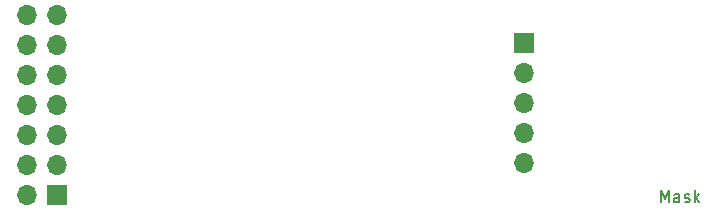
<source format=gbr>
%TF.GenerationSoftware,KiCad,Pcbnew,7.0.10*%
%TF.CreationDate,2024-08-02T12:55:58+01:00*%
%TF.ProjectId,RL78I1C_PMOD_PROG_ADAPTOR_ISO,524c3738-4931-4435-9f50-4d4f445f5052,0*%
%TF.SameCoordinates,PX5b8d800PY7997ee0*%
%TF.FileFunction,Soldermask,Bot*%
%TF.FilePolarity,Negative*%
%FSLAX46Y46*%
G04 Gerber Fmt 4.6, Leading zero omitted, Abs format (unit mm)*
G04 Created by KiCad (PCBNEW 7.0.10) date 2024-08-02 12:55:58*
%MOMM*%
%LPD*%
G01*
G04 APERTURE LIST*
%ADD10C,0.150000*%
%ADD11O,1.700000X1.700000*%
%ADD12R,1.700000X1.700000*%
G04 APERTURE END LIST*
D10*
X58062779Y6574181D02*
X58062779Y7574181D01*
X58062779Y7574181D02*
X58396112Y6859896D01*
X58396112Y6859896D02*
X58729445Y7574181D01*
X58729445Y7574181D02*
X58729445Y6574181D01*
X59634207Y6574181D02*
X59634207Y7097991D01*
X59634207Y7097991D02*
X59586588Y7193229D01*
X59586588Y7193229D02*
X59491350Y7240848D01*
X59491350Y7240848D02*
X59300874Y7240848D01*
X59300874Y7240848D02*
X59205636Y7193229D01*
X59634207Y6621800D02*
X59538969Y6574181D01*
X59538969Y6574181D02*
X59300874Y6574181D01*
X59300874Y6574181D02*
X59205636Y6621800D01*
X59205636Y6621800D02*
X59158017Y6717039D01*
X59158017Y6717039D02*
X59158017Y6812277D01*
X59158017Y6812277D02*
X59205636Y6907515D01*
X59205636Y6907515D02*
X59300874Y6955134D01*
X59300874Y6955134D02*
X59538969Y6955134D01*
X59538969Y6955134D02*
X59634207Y7002753D01*
X60062779Y6621800D02*
X60158017Y6574181D01*
X60158017Y6574181D02*
X60348493Y6574181D01*
X60348493Y6574181D02*
X60443731Y6621800D01*
X60443731Y6621800D02*
X60491350Y6717039D01*
X60491350Y6717039D02*
X60491350Y6764658D01*
X60491350Y6764658D02*
X60443731Y6859896D01*
X60443731Y6859896D02*
X60348493Y6907515D01*
X60348493Y6907515D02*
X60205636Y6907515D01*
X60205636Y6907515D02*
X60110398Y6955134D01*
X60110398Y6955134D02*
X60062779Y7050372D01*
X60062779Y7050372D02*
X60062779Y7097991D01*
X60062779Y7097991D02*
X60110398Y7193229D01*
X60110398Y7193229D02*
X60205636Y7240848D01*
X60205636Y7240848D02*
X60348493Y7240848D01*
X60348493Y7240848D02*
X60443731Y7193229D01*
X60919922Y6574181D02*
X60919922Y7574181D01*
X61015160Y6955134D02*
X61300874Y6574181D01*
X61300874Y7240848D02*
X60919922Y6859896D01*
D11*
%TO.C,J1*%
X4400000Y22420000D03*
X6940000Y22420000D03*
X4400000Y19880000D03*
X6940000Y19880000D03*
X4400000Y17340000D03*
X6940000Y17340000D03*
X4400000Y14800000D03*
X6940000Y14800000D03*
X4400000Y12260000D03*
X6940000Y12260000D03*
X4400000Y9720000D03*
X6940000Y9720000D03*
X4400000Y7180000D03*
D12*
X6940000Y7180000D03*
%TD*%
%TO.C,J2*%
X46500000Y20075000D03*
D11*
X46500000Y17535000D03*
X46500000Y14995000D03*
X46500000Y12455000D03*
X46500000Y9915000D03*
%TD*%
M02*

</source>
